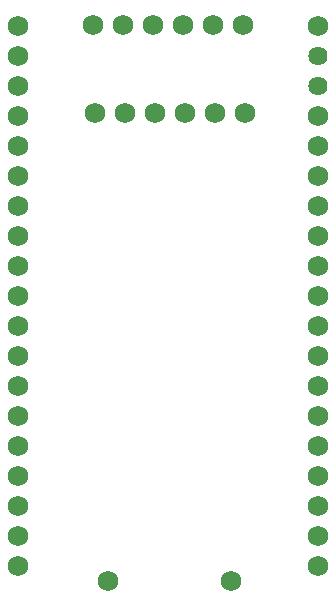
<source format=gts>
G04 Layer: TopSolderMaskLayer*
G04 EasyEDA v6.5.22, 2023-01-02 13:12:36*
G04 47529accbdb14ac4be852964c7da3e5e,963ededa1bec40798c37f3e62625e793,10*
G04 Gerber Generator version 0.2*
G04 Scale: 100 percent, Rotated: No, Reflected: No *
G04 Dimensions in millimeters *
G04 leading zeros omitted , absolute positions ,4 integer and 5 decimal *
%FSLAX45Y45*%
%MOMM*%

%ADD10C,1.7272*%
%ADD11C,1.6256*%

%LPD*%
D10*
G01*
X889000Y127000D03*
G01*
X1930400Y127000D03*
G01*
X127000Y508000D03*
G01*
X127000Y254000D03*
G01*
X127000Y762000D03*
G01*
X127000Y1016000D03*
G01*
X127000Y1270000D03*
G01*
X127000Y1524000D03*
G01*
X127000Y1778000D03*
G01*
X127000Y2032000D03*
G01*
X127000Y2286000D03*
G01*
X127000Y2540000D03*
G01*
X127000Y2794000D03*
G01*
X127000Y3048000D03*
G01*
X127000Y3302000D03*
G01*
X127000Y3556000D03*
G01*
X127000Y3810000D03*
G01*
X127000Y4064000D03*
G01*
X127000Y4318000D03*
G01*
X127000Y4572000D03*
G01*
X127000Y4826000D03*
G01*
X2667000Y4826000D03*
D11*
G01*
X2667000Y4572000D03*
G01*
X2667000Y4318000D03*
D10*
G01*
X2667000Y4064000D03*
G01*
X2667000Y3810000D03*
G01*
X2667000Y3556000D03*
G01*
X2667000Y3302000D03*
G01*
X2667000Y3048000D03*
G01*
X2667000Y2794000D03*
G01*
X2667000Y2540000D03*
G01*
X2667000Y2286000D03*
G01*
X2667000Y2032000D03*
G01*
X2667000Y1778000D03*
G01*
X2667000Y1524000D03*
G01*
X2667000Y1270000D03*
G01*
X2667000Y1016000D03*
G01*
X2667000Y762000D03*
G01*
X2667000Y508000D03*
G01*
X2667000Y254000D03*
G01*
X774700Y4089400D03*
G01*
X1028700Y4089400D03*
G01*
X1282700Y4089400D03*
G01*
X1536700Y4089400D03*
G01*
X1790700Y4089400D03*
G01*
X2044700Y4089400D03*
G01*
X761111Y4838700D03*
G01*
X2031111Y4838700D03*
G01*
X1777111Y4838700D03*
G01*
X1523111Y4838700D03*
G01*
X1269111Y4838700D03*
G01*
X1015111Y4838700D03*
M02*

</source>
